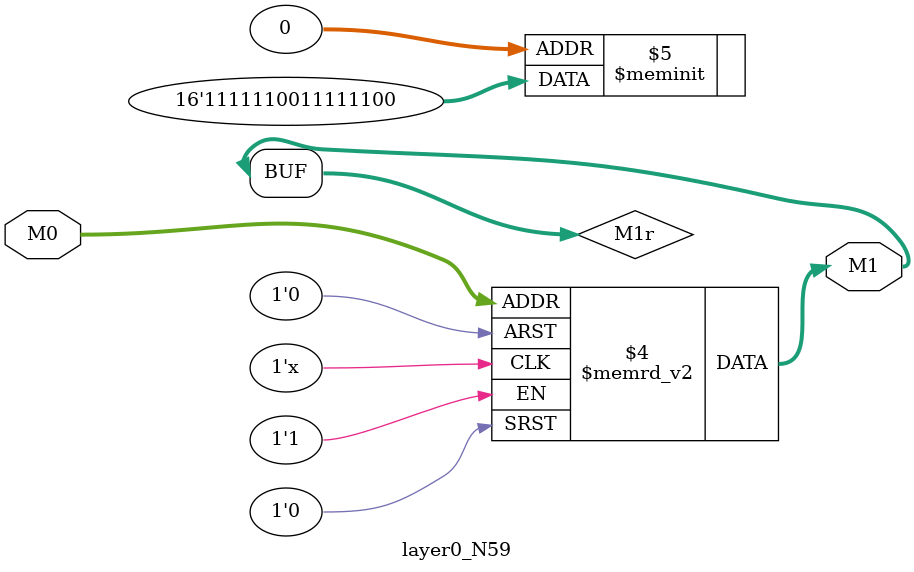
<source format=v>
module layer0_N59 ( input [2:0] M0, output [1:0] M1 );

	(*rom_style = "distributed" *) reg [1:0] M1r;
	assign M1 = M1r;
	always @ (M0) begin
		case (M0)
			3'b000: M1r = 2'b00;
			3'b100: M1r = 2'b00;
			3'b010: M1r = 2'b11;
			3'b110: M1r = 2'b11;
			3'b001: M1r = 2'b11;
			3'b101: M1r = 2'b11;
			3'b011: M1r = 2'b11;
			3'b111: M1r = 2'b11;

		endcase
	end
endmodule

</source>
